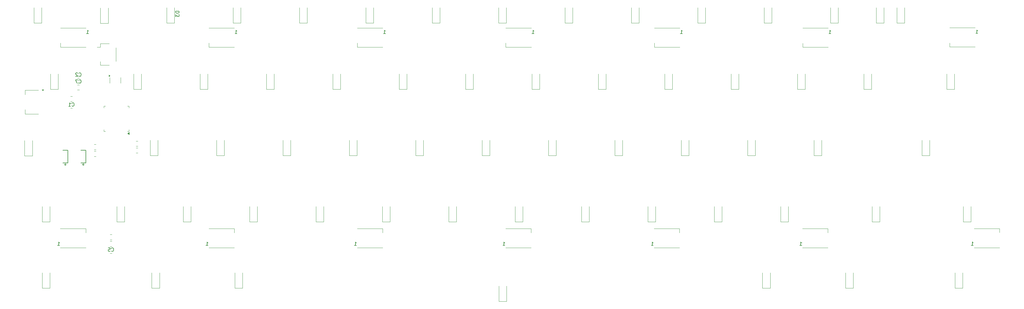
<source format=gbr>
%TF.GenerationSoftware,KiCad,Pcbnew,8.99.0-946-gf00a1ab517*%
%TF.CreationDate,2024-05-15T19:37:32+07:00*%
%TF.ProjectId,toro60,746f726f-3630-42e6-9b69-6361645f7063,rev?*%
%TF.SameCoordinates,Original*%
%TF.FileFunction,Legend,Bot*%
%TF.FilePolarity,Positive*%
%FSLAX46Y46*%
G04 Gerber Fmt 4.6, Leading zero omitted, Abs format (unit mm)*
G04 Created by KiCad (PCBNEW 8.99.0-946-gf00a1ab517) date 2024-05-15 19:37:32*
%MOMM*%
%LPD*%
G01*
G04 APERTURE LIST*
%ADD10C,0.150000*%
%ADD11C,0.120000*%
G04 APERTURE END LIST*
D10*
X263184285Y-68724819D02*
X263755713Y-68724819D01*
X263469999Y-68724819D02*
X263469999Y-67724819D01*
X263469999Y-67724819D02*
X263565237Y-67867676D01*
X263565237Y-67867676D02*
X263660475Y-67962914D01*
X263660475Y-67962914D02*
X263755713Y-68010533D01*
X313704285Y-7804819D02*
X314275713Y-7804819D01*
X313989999Y-7804819D02*
X313989999Y-6804819D01*
X313989999Y-6804819D02*
X314085237Y-6947676D01*
X314085237Y-6947676D02*
X314180475Y-7042914D01*
X314180475Y-7042914D02*
X314275713Y-7090533D01*
X85064819Y-1431905D02*
X84064819Y-1431905D01*
X84064819Y-1431905D02*
X84064819Y-1670000D01*
X84064819Y-1670000D02*
X84112438Y-1812857D01*
X84112438Y-1812857D02*
X84207676Y-1908095D01*
X84207676Y-1908095D02*
X84302914Y-1955714D01*
X84302914Y-1955714D02*
X84493390Y-2003333D01*
X84493390Y-2003333D02*
X84636247Y-2003333D01*
X84636247Y-2003333D02*
X84826723Y-1955714D01*
X84826723Y-1955714D02*
X84921961Y-1908095D01*
X84921961Y-1908095D02*
X85017200Y-1812857D01*
X85017200Y-1812857D02*
X85064819Y-1670000D01*
X85064819Y-1670000D02*
X85064819Y-1431905D01*
X84064819Y-2336667D02*
X84064819Y-2955714D01*
X84064819Y-2955714D02*
X84445771Y-2622381D01*
X84445771Y-2622381D02*
X84445771Y-2765238D01*
X84445771Y-2765238D02*
X84493390Y-2860476D01*
X84493390Y-2860476D02*
X84541009Y-2908095D01*
X84541009Y-2908095D02*
X84636247Y-2955714D01*
X84636247Y-2955714D02*
X84874342Y-2955714D01*
X84874342Y-2955714D02*
X84969580Y-2908095D01*
X84969580Y-2908095D02*
X85017200Y-2860476D01*
X85017200Y-2860476D02*
X85064819Y-2765238D01*
X85064819Y-2765238D02*
X85064819Y-2479524D01*
X85064819Y-2479524D02*
X85017200Y-2384286D01*
X85017200Y-2384286D02*
X84969580Y-2336667D01*
X56306666Y-22009580D02*
X56354285Y-22057200D01*
X56354285Y-22057200D02*
X56497142Y-22104819D01*
X56497142Y-22104819D02*
X56592380Y-22104819D01*
X56592380Y-22104819D02*
X56735237Y-22057200D01*
X56735237Y-22057200D02*
X56830475Y-21961961D01*
X56830475Y-21961961D02*
X56878094Y-21866723D01*
X56878094Y-21866723D02*
X56925713Y-21676247D01*
X56925713Y-21676247D02*
X56925713Y-21533390D01*
X56925713Y-21533390D02*
X56878094Y-21342914D01*
X56878094Y-21342914D02*
X56830475Y-21247676D01*
X56830475Y-21247676D02*
X56735237Y-21152438D01*
X56735237Y-21152438D02*
X56592380Y-21104819D01*
X56592380Y-21104819D02*
X56497142Y-21104819D01*
X56497142Y-21104819D02*
X56354285Y-21152438D01*
X56354285Y-21152438D02*
X56306666Y-21200057D01*
X55973332Y-21104819D02*
X55306666Y-21104819D01*
X55306666Y-21104819D02*
X55735237Y-22104819D01*
X65646666Y-70349580D02*
X65694285Y-70397200D01*
X65694285Y-70397200D02*
X65837142Y-70444819D01*
X65837142Y-70444819D02*
X65932380Y-70444819D01*
X65932380Y-70444819D02*
X66075237Y-70397200D01*
X66075237Y-70397200D02*
X66170475Y-70301961D01*
X66170475Y-70301961D02*
X66218094Y-70206723D01*
X66218094Y-70206723D02*
X66265713Y-70016247D01*
X66265713Y-70016247D02*
X66265713Y-69873390D01*
X66265713Y-69873390D02*
X66218094Y-69682914D01*
X66218094Y-69682914D02*
X66170475Y-69587676D01*
X66170475Y-69587676D02*
X66075237Y-69492438D01*
X66075237Y-69492438D02*
X65932380Y-69444819D01*
X65932380Y-69444819D02*
X65837142Y-69444819D01*
X65837142Y-69444819D02*
X65694285Y-69492438D01*
X65694285Y-69492438D02*
X65646666Y-69540057D01*
X64741904Y-69444819D02*
X65218094Y-69444819D01*
X65218094Y-69444819D02*
X65265713Y-69921009D01*
X65265713Y-69921009D02*
X65218094Y-69873390D01*
X65218094Y-69873390D02*
X65122856Y-69825771D01*
X65122856Y-69825771D02*
X64884761Y-69825771D01*
X64884761Y-69825771D02*
X64789523Y-69873390D01*
X64789523Y-69873390D02*
X64741904Y-69921009D01*
X64741904Y-69921009D02*
X64694285Y-70016247D01*
X64694285Y-70016247D02*
X64694285Y-70254342D01*
X64694285Y-70254342D02*
X64741904Y-70349580D01*
X64741904Y-70349580D02*
X64789523Y-70397200D01*
X64789523Y-70397200D02*
X64884761Y-70444819D01*
X64884761Y-70444819D02*
X65122856Y-70444819D01*
X65122856Y-70444819D02*
X65218094Y-70397200D01*
X65218094Y-70397200D02*
X65265713Y-70349580D01*
X135384285Y-68724819D02*
X135955713Y-68724819D01*
X135669999Y-68724819D02*
X135669999Y-67724819D01*
X135669999Y-67724819D02*
X135765237Y-67867676D01*
X135765237Y-67867676D02*
X135860475Y-67962914D01*
X135860475Y-67962914D02*
X135955713Y-68010533D01*
X92784285Y-68724819D02*
X93355713Y-68724819D01*
X93069999Y-68724819D02*
X93069999Y-67724819D01*
X93069999Y-67724819D02*
X93165237Y-67867676D01*
X93165237Y-67867676D02*
X93260475Y-67962914D01*
X93260475Y-67962914D02*
X93355713Y-68010533D01*
X143724285Y-7834819D02*
X144295713Y-7834819D01*
X144009999Y-7834819D02*
X144009999Y-6834819D01*
X144009999Y-6834819D02*
X144105237Y-6977676D01*
X144105237Y-6977676D02*
X144200475Y-7072914D01*
X144200475Y-7072914D02*
X144295713Y-7120533D01*
X228944285Y-7844819D02*
X229515713Y-7844819D01*
X229229999Y-7844819D02*
X229229999Y-6844819D01*
X229229999Y-6844819D02*
X229325237Y-6987676D01*
X229325237Y-6987676D02*
X229420475Y-7082914D01*
X229420475Y-7082914D02*
X229515713Y-7130533D01*
X101114285Y-7834819D02*
X101685713Y-7834819D01*
X101399999Y-7834819D02*
X101399999Y-6834819D01*
X101399999Y-6834819D02*
X101495237Y-6977676D01*
X101495237Y-6977676D02*
X101590475Y-7072914D01*
X101590475Y-7072914D02*
X101685713Y-7120533D01*
X220584285Y-68724819D02*
X221155713Y-68724819D01*
X220869999Y-68724819D02*
X220869999Y-67724819D01*
X220869999Y-67724819D02*
X220965237Y-67867676D01*
X220965237Y-67867676D02*
X221060475Y-67962914D01*
X221060475Y-67962914D02*
X221155713Y-68010533D01*
X54316666Y-28629580D02*
X54364285Y-28677200D01*
X54364285Y-28677200D02*
X54507142Y-28724819D01*
X54507142Y-28724819D02*
X54602380Y-28724819D01*
X54602380Y-28724819D02*
X54745237Y-28677200D01*
X54745237Y-28677200D02*
X54840475Y-28581961D01*
X54840475Y-28581961D02*
X54888094Y-28486723D01*
X54888094Y-28486723D02*
X54935713Y-28296247D01*
X54935713Y-28296247D02*
X54935713Y-28153390D01*
X54935713Y-28153390D02*
X54888094Y-27962914D01*
X54888094Y-27962914D02*
X54840475Y-27867676D01*
X54840475Y-27867676D02*
X54745237Y-27772438D01*
X54745237Y-27772438D02*
X54602380Y-27724819D01*
X54602380Y-27724819D02*
X54507142Y-27724819D01*
X54507142Y-27724819D02*
X54364285Y-27772438D01*
X54364285Y-27772438D02*
X54316666Y-27820057D01*
X53364285Y-28724819D02*
X53935713Y-28724819D01*
X53649999Y-28724819D02*
X53649999Y-27724819D01*
X53649999Y-27724819D02*
X53745237Y-27867676D01*
X53745237Y-27867676D02*
X53840475Y-27962914D01*
X53840475Y-27962914D02*
X53935713Y-28010533D01*
X177984285Y-68724819D02*
X178555713Y-68724819D01*
X178269999Y-68724819D02*
X178269999Y-67724819D01*
X178269999Y-67724819D02*
X178365237Y-67867676D01*
X178365237Y-67867676D02*
X178460475Y-67962914D01*
X178460475Y-67962914D02*
X178555713Y-68010533D01*
X50184285Y-68724819D02*
X50755713Y-68724819D01*
X50469999Y-68724819D02*
X50469999Y-67724819D01*
X50469999Y-67724819D02*
X50565237Y-67867676D01*
X50565237Y-67867676D02*
X50660475Y-67962914D01*
X50660475Y-67962914D02*
X50755713Y-68010533D01*
X58504285Y-7844819D02*
X59075713Y-7844819D01*
X58789999Y-7844819D02*
X58789999Y-6844819D01*
X58789999Y-6844819D02*
X58885237Y-6987676D01*
X58885237Y-6987676D02*
X58980475Y-7082914D01*
X58980475Y-7082914D02*
X59075713Y-7130533D01*
X271544285Y-7864819D02*
X272115713Y-7864819D01*
X271829999Y-7864819D02*
X271829999Y-6864819D01*
X271829999Y-6864819D02*
X271925237Y-7007676D01*
X271925237Y-7007676D02*
X272020475Y-7102914D01*
X272020475Y-7102914D02*
X272115713Y-7150533D01*
X186334285Y-7834819D02*
X186905713Y-7834819D01*
X186619999Y-7834819D02*
X186619999Y-6834819D01*
X186619999Y-6834819D02*
X186715237Y-6977676D01*
X186715237Y-6977676D02*
X186810475Y-7072914D01*
X186810475Y-7072914D02*
X186905713Y-7120533D01*
X56306666Y-20049580D02*
X56354285Y-20097200D01*
X56354285Y-20097200D02*
X56497142Y-20144819D01*
X56497142Y-20144819D02*
X56592380Y-20144819D01*
X56592380Y-20144819D02*
X56735237Y-20097200D01*
X56735237Y-20097200D02*
X56830475Y-20001961D01*
X56830475Y-20001961D02*
X56878094Y-19906723D01*
X56878094Y-19906723D02*
X56925713Y-19716247D01*
X56925713Y-19716247D02*
X56925713Y-19573390D01*
X56925713Y-19573390D02*
X56878094Y-19382914D01*
X56878094Y-19382914D02*
X56830475Y-19287676D01*
X56830475Y-19287676D02*
X56735237Y-19192438D01*
X56735237Y-19192438D02*
X56592380Y-19144819D01*
X56592380Y-19144819D02*
X56497142Y-19144819D01*
X56497142Y-19144819D02*
X56354285Y-19192438D01*
X56354285Y-19192438D02*
X56306666Y-19240057D01*
X55925713Y-19240057D02*
X55878094Y-19192438D01*
X55878094Y-19192438D02*
X55782856Y-19144819D01*
X55782856Y-19144819D02*
X55544761Y-19144819D01*
X55544761Y-19144819D02*
X55449523Y-19192438D01*
X55449523Y-19192438D02*
X55401904Y-19240057D01*
X55401904Y-19240057D02*
X55354285Y-19335295D01*
X55354285Y-19335295D02*
X55354285Y-19430533D01*
X55354285Y-19430533D02*
X55401904Y-19573390D01*
X55401904Y-19573390D02*
X55973332Y-20144819D01*
X55973332Y-20144819D02*
X55354285Y-20144819D01*
X312404285Y-68694819D02*
X312975713Y-68694819D01*
X312689999Y-68694819D02*
X312689999Y-67694819D01*
X312689999Y-67694819D02*
X312785237Y-67837676D01*
X312785237Y-67837676D02*
X312880475Y-67932914D01*
X312880475Y-67932914D02*
X312975713Y-67980533D01*
D11*
%TO.C,D14*%
X291050000Y-420000D02*
X291050000Y-4830000D01*
X291050000Y-4830000D02*
X293270000Y-4830000D01*
X293270000Y-4830000D02*
X293270000Y-420000D01*
%TO.C,U2*%
X40900000Y-24140000D02*
X44660000Y-24140000D01*
X40900000Y-25400000D02*
X40900000Y-24140000D01*
X40900000Y-29700000D02*
X40900000Y-30960000D01*
X40900000Y-30960000D02*
X44660000Y-30960000D01*
X45940000Y-24240000D02*
X45700000Y-23910000D01*
X46180000Y-23910000D01*
X45940000Y-24240000D01*
G36*
X45940000Y-24240000D02*
G01*
X45700000Y-23910000D01*
X46180000Y-23910000D01*
X45940000Y-24240000D01*
G37*
%TO.C,D25*%
X224375000Y-19470000D02*
X224375000Y-23880000D01*
X224375000Y-23880000D02*
X226595000Y-23880000D01*
X226595000Y-23880000D02*
X226595000Y-19470000D01*
%TO.C,D42*%
X298268099Y-38520000D02*
X298268099Y-42930000D01*
X298268099Y-42930000D02*
X300488099Y-42930000D01*
X300488099Y-42930000D02*
X300488099Y-38520000D01*
%TO.C,D36*%
X171987500Y-38520000D02*
X171987500Y-42930000D01*
X171987500Y-42930000D02*
X174207500Y-42930000D01*
X174207500Y-42930000D02*
X174207500Y-38520000D01*
%TO.C,D13*%
X272000000Y-420000D02*
X272000000Y-4830000D01*
X272000000Y-4830000D02*
X274220000Y-4830000D01*
X274220000Y-4830000D02*
X274220000Y-420000D01*
%TO.C,D29*%
X305338000Y-19470000D02*
X305338000Y-23880000D01*
X305338000Y-23880000D02*
X307558000Y-23880000D01*
X307558000Y-23880000D02*
X307558000Y-19470000D01*
%TO.C,D49*%
X162462500Y-57570000D02*
X162462500Y-61980000D01*
X162462500Y-61980000D02*
X164682500Y-61980000D01*
X164682500Y-61980000D02*
X164682500Y-57570000D01*
%TO.C,C6*%
X54411252Y-27815000D02*
X53888748Y-27815000D01*
X54411252Y-29285000D02*
X53888748Y-29285000D01*
%TO.C,D46*%
X105312500Y-57570000D02*
X105312500Y-61980000D01*
X105312500Y-61980000D02*
X107532500Y-61980000D01*
X107532500Y-61980000D02*
X107532500Y-57570000D01*
%TO.C,Drgb8*%
X271270000Y-63920000D02*
X263970000Y-63920000D01*
X271270000Y-65070000D02*
X271270000Y-63920000D01*
X271270000Y-69420000D02*
X263970000Y-69420000D01*
%TO.C,D21*%
X148175000Y-19470000D02*
X148175000Y-23880000D01*
X148175000Y-23880000D02*
X150395000Y-23880000D01*
X150395000Y-23880000D02*
X150395000Y-19470000D01*
%TO.C,D47*%
X124362500Y-57570000D02*
X124362500Y-61980000D01*
X124362500Y-61980000D02*
X126582500Y-61980000D01*
X126582500Y-61980000D02*
X126582500Y-57570000D01*
%TO.C,D45*%
X86262500Y-57570000D02*
X86262500Y-61980000D01*
X86262500Y-61980000D02*
X88482500Y-61980000D01*
X88482500Y-61980000D02*
X88482500Y-57570000D01*
%TO.C,Drgb6*%
X306190000Y-6200000D02*
X313490000Y-6200000D01*
X306190000Y-10550000D02*
X306190000Y-11700000D01*
X306190000Y-11700000D02*
X313490000Y-11700000D01*
%TO.C,D38*%
X210087500Y-38520000D02*
X210087500Y-42930000D01*
X210087500Y-42930000D02*
X212307500Y-42930000D01*
X212307500Y-42930000D02*
X212307500Y-38520000D01*
%TO.C,D3*%
X81500000Y-420000D02*
X81500000Y-4830000D01*
X81500000Y-4830000D02*
X83720000Y-4830000D01*
X83720000Y-4830000D02*
X83720000Y-420000D01*
%TO.C,C7*%
X55878748Y-22595000D02*
X56401252Y-22595000D01*
X55878748Y-24065000D02*
X56401252Y-24065000D01*
%TO.C,D20*%
X129125000Y-19470000D02*
X129125000Y-23880000D01*
X129125000Y-23880000D02*
X131345000Y-23880000D01*
X131345000Y-23880000D02*
X131345000Y-19470000D01*
%TO.C,D30*%
X40720000Y-38557500D02*
X40720000Y-42967500D01*
X40720000Y-42967500D02*
X42940000Y-42967500D01*
X42940000Y-42967500D02*
X42940000Y-38557500D01*
%TO.C,D31*%
X76737500Y-38520000D02*
X76737500Y-42930000D01*
X76737500Y-42930000D02*
X78957500Y-42930000D01*
X78957500Y-42930000D02*
X78957500Y-38520000D01*
%TO.C,C5*%
X65741252Y-67575000D02*
X65218748Y-67575000D01*
X65741252Y-69045000D02*
X65218748Y-69045000D01*
%TO.C,R1*%
X65260436Y-65635000D02*
X65714564Y-65635000D01*
X65260436Y-67105000D02*
X65714564Y-67105000D01*
%TO.C,Drgb11*%
X143470000Y-63920000D02*
X136170000Y-63920000D01*
X143470000Y-65070000D02*
X143470000Y-63920000D01*
X143470000Y-69420000D02*
X136170000Y-69420000D01*
%TO.C,Drgb12*%
X100870000Y-63920000D02*
X93570000Y-63920000D01*
X100870000Y-65070000D02*
X100870000Y-63920000D01*
X100870000Y-69420000D02*
X93570000Y-69420000D01*
%TO.C,D53*%
X238662500Y-57570000D02*
X238662500Y-61980000D01*
X238662500Y-61980000D02*
X240882500Y-61980000D01*
X240882500Y-61980000D02*
X240882500Y-57570000D01*
%TO.C,D56*%
X310100000Y-57570000D02*
X310100000Y-61980000D01*
X310100000Y-61980000D02*
X312320000Y-61980000D01*
X312320000Y-61980000D02*
X312320000Y-57570000D01*
%TO.C,U3*%
X65177500Y-20470000D02*
X65177500Y-21270000D01*
X65177500Y-22070000D02*
X65177500Y-21270000D01*
X68297500Y-20470000D02*
X68297500Y-21270000D01*
X68297500Y-22070000D02*
X68297500Y-21270000D01*
X65227500Y-19970000D02*
X64897500Y-20210000D01*
X64897500Y-19730000D01*
X65227500Y-19970000D01*
G36*
X65227500Y-19970000D02*
G01*
X64897500Y-20210000D01*
X64897500Y-19730000D01*
X65227500Y-19970000D01*
G37*
D10*
%TO.C,Dled1*%
X51706000Y-41400000D02*
X53106000Y-41400000D01*
X51706000Y-45000000D02*
X53106000Y-45000000D01*
X53106000Y-41400000D02*
X53106000Y-45000000D01*
X52606000Y-45500000D02*
G75*
G02*
X52206000Y-45500000I-200000J0D01*
G01*
X52206000Y-45500000D02*
G75*
G02*
X52606000Y-45500000I200000J0D01*
G01*
D11*
%TO.C,D5*%
X119600000Y-420000D02*
X119600000Y-4830000D01*
X119600000Y-4830000D02*
X121820000Y-4830000D01*
X121820000Y-4830000D02*
X121820000Y-420000D01*
%TO.C,C10*%
X65208748Y-69555000D02*
X65731252Y-69555000D01*
X65208748Y-71025000D02*
X65731252Y-71025000D01*
%TO.C,D22*%
X167225000Y-19470000D02*
X167225000Y-23880000D01*
X167225000Y-23880000D02*
X169445000Y-23880000D01*
X169445000Y-23880000D02*
X169445000Y-19470000D01*
%TO.C,Drgb2*%
X136210000Y-6230000D02*
X143510000Y-6230000D01*
X136210000Y-10580000D02*
X136210000Y-11730000D01*
X136210000Y-11730000D02*
X143510000Y-11730000D01*
%TO.C,Drgb4*%
X221430000Y-6240000D02*
X228730000Y-6240000D01*
X221430000Y-10590000D02*
X221430000Y-11740000D01*
X221430000Y-11740000D02*
X228730000Y-11740000D01*
%TO.C,D50*%
X181512500Y-57570000D02*
X181512500Y-61980000D01*
X181512500Y-61980000D02*
X183732500Y-61980000D01*
X183732500Y-61980000D02*
X183732500Y-57570000D01*
%TO.C,D34*%
X133887500Y-38520000D02*
X133887500Y-42930000D01*
X133887500Y-42930000D02*
X136107500Y-42930000D01*
X136107500Y-42930000D02*
X136107500Y-38520000D01*
%TO.C,D6*%
X138650000Y-420000D02*
X138650000Y-4830000D01*
X138650000Y-4830000D02*
X140870000Y-4830000D01*
X140870000Y-4830000D02*
X140870000Y-420000D01*
%TO.C,D27*%
X262475000Y-19470000D02*
X262475000Y-23880000D01*
X262475000Y-23880000D02*
X264695000Y-23880000D01*
X264695000Y-23880000D02*
X264695000Y-19470000D01*
%TO.C,D33*%
X114837500Y-38520000D02*
X114837500Y-42930000D01*
X114837500Y-42930000D02*
X117057500Y-42930000D01*
X117057500Y-42930000D02*
X117057500Y-38520000D01*
%TO.C,D69*%
X276285999Y-76620000D02*
X276285999Y-81030000D01*
X276285999Y-81030000D02*
X278505999Y-81030000D01*
X278505999Y-81030000D02*
X278505999Y-76620000D01*
%TO.C,D26*%
X243425000Y-19470000D02*
X243425000Y-23880000D01*
X243425000Y-23880000D02*
X245645000Y-23880000D01*
X245645000Y-23880000D02*
X245645000Y-19470000D01*
%TO.C,D52*%
X219612500Y-57570000D02*
X219612500Y-61980000D01*
X219612500Y-61980000D02*
X221832500Y-61980000D01*
X221832500Y-61980000D02*
X221832500Y-57570000D01*
%TO.C,D23*%
X186275000Y-19470000D02*
X186275000Y-23880000D01*
X186275000Y-23880000D02*
X188495000Y-23880000D01*
X188495000Y-23880000D02*
X188495000Y-19470000D01*
%TO.C,D9*%
X195800000Y-420000D02*
X195800000Y-4830000D01*
X195800000Y-4830000D02*
X198020000Y-4830000D01*
X198020000Y-4830000D02*
X198020000Y-420000D01*
%TO.C,Drgb1*%
X93600000Y-6230000D02*
X100900000Y-6230000D01*
X93600000Y-10580000D02*
X93600000Y-11730000D01*
X93600000Y-11730000D02*
X100900000Y-11730000D01*
%TO.C,D51*%
X200562500Y-57570000D02*
X200562500Y-61980000D01*
X200562500Y-61980000D02*
X202782500Y-61980000D01*
X202782500Y-61980000D02*
X202782500Y-57570000D01*
%TO.C,D48*%
X143412500Y-57570000D02*
X143412500Y-61980000D01*
X143412500Y-61980000D02*
X145632500Y-61980000D01*
X145632500Y-61980000D02*
X145632500Y-57570000D01*
%TO.C,Drgb9*%
X228670000Y-63920000D02*
X221370000Y-63920000D01*
X228670000Y-65070000D02*
X228670000Y-63920000D01*
X228670000Y-69420000D02*
X221370000Y-69420000D01*
%TO.C,D70*%
X307718500Y-76620000D02*
X307718500Y-81030000D01*
X307718500Y-81030000D02*
X309938500Y-81030000D01*
X309938500Y-81030000D02*
X309938500Y-76620000D01*
%TO.C,C3*%
X72678748Y-40685000D02*
X73201252Y-40685000D01*
X72678748Y-42155000D02*
X73201252Y-42155000D01*
%TO.C,D24*%
X205325000Y-19470000D02*
X205325000Y-23880000D01*
X205325000Y-23880000D02*
X207545000Y-23880000D01*
X207545000Y-23880000D02*
X207545000Y-19470000D01*
%TO.C,C1*%
X54411252Y-25855000D02*
X53888748Y-25855000D01*
X54411252Y-27325000D02*
X53888748Y-27325000D01*
%TO.C,D2*%
X62480000Y-490000D02*
X62480000Y-4900000D01*
X62480000Y-4900000D02*
X64700000Y-4900000D01*
X64700000Y-4900000D02*
X64700000Y-490000D01*
%TO.C,D16*%
X48163000Y-19470000D02*
X48163000Y-23880000D01*
X48163000Y-23880000D02*
X50383000Y-23880000D01*
X50383000Y-23880000D02*
X50383000Y-19470000D01*
%TO.C,D18*%
X91025000Y-19470000D02*
X91025000Y-23880000D01*
X91025000Y-23880000D02*
X93245000Y-23880000D01*
X93245000Y-23880000D02*
X93245000Y-19470000D01*
D10*
%TO.C,Dled2*%
X56869000Y-41400000D02*
X58269000Y-41400000D01*
X56869000Y-45000000D02*
X58269000Y-45000000D01*
X58269000Y-41400000D02*
X58269000Y-45000000D01*
X57769000Y-45500000D02*
G75*
G02*
X57369000Y-45500000I-200000J0D01*
G01*
X57369000Y-45500000D02*
G75*
G02*
X57769000Y-45500000I200000J0D01*
G01*
D11*
%TO.C,D17*%
X71975000Y-19470000D02*
X71975000Y-23880000D01*
X71975000Y-23880000D02*
X74195000Y-23880000D01*
X74195000Y-23880000D02*
X74195000Y-19470000D01*
%TO.C,Drgb10*%
X186070000Y-63920000D02*
X178770000Y-63920000D01*
X186070000Y-65070000D02*
X186070000Y-63920000D01*
X186070000Y-69420000D02*
X178770000Y-69420000D01*
%TO.C,D43*%
X45781000Y-57570000D02*
X45781000Y-61980000D01*
X45781000Y-61980000D02*
X48001000Y-61980000D01*
X48001000Y-61980000D02*
X48001000Y-57570000D01*
%TO.C,D1*%
X43400000Y-420000D02*
X43400000Y-4830000D01*
X43400000Y-4830000D02*
X45620000Y-4830000D01*
X45620000Y-4830000D02*
X45620000Y-420000D01*
%TO.C,D37*%
X191037500Y-38520000D02*
X191037500Y-42930000D01*
X191037500Y-42930000D02*
X193257500Y-42930000D01*
X193257500Y-42930000D02*
X193257500Y-38520000D01*
%TO.C,Drgb13*%
X58270000Y-63920000D02*
X50970000Y-63920000D01*
X58270000Y-65070000D02*
X58270000Y-63920000D01*
X58270000Y-69420000D02*
X50970000Y-69420000D01*
%TO.C,D35*%
X152937500Y-38520000D02*
X152937500Y-42930000D01*
X152937500Y-42930000D02*
X155157500Y-42930000D01*
X155157500Y-42930000D02*
X155157500Y-38520000D01*
%TO.C,Drgb14*%
X50990000Y-6240000D02*
X58290000Y-6240000D01*
X50990000Y-10590000D02*
X50990000Y-11740000D01*
X50990000Y-11740000D02*
X58290000Y-11740000D01*
%TO.C,C9*%
X61171252Y-41675000D02*
X60648748Y-41675000D01*
X61171252Y-43145000D02*
X60648748Y-43145000D01*
%TO.C,Drgb5*%
X264030000Y-6260000D02*
X271330000Y-6260000D01*
X264030000Y-10610000D02*
X264030000Y-11760000D01*
X264030000Y-11760000D02*
X271330000Y-11760000D01*
%TO.C,Drgb3*%
X178820000Y-6230000D02*
X186120000Y-6230000D01*
X178820000Y-10580000D02*
X178820000Y-11730000D01*
X178820000Y-11730000D02*
X186120000Y-11730000D01*
%TO.C,C8*%
X72678748Y-38725000D02*
X73201252Y-38725000D01*
X72678748Y-40195000D02*
X73201252Y-40195000D01*
%TO.C,D39*%
X229137500Y-38520000D02*
X229137500Y-42930000D01*
X229137500Y-42930000D02*
X231357500Y-42930000D01*
X231357500Y-42930000D02*
X231357500Y-38520000D01*
%TO.C,D7*%
X157700000Y-420000D02*
X157700000Y-4830000D01*
X157700000Y-4830000D02*
X159920000Y-4830000D01*
X159920000Y-4830000D02*
X159920000Y-420000D01*
%TO.C,D54*%
X257712500Y-57570000D02*
X257712500Y-61980000D01*
X257712500Y-61980000D02*
X259932500Y-61980000D01*
X259932500Y-61980000D02*
X259932500Y-57570000D01*
%TO.C,D8*%
X176750000Y-420000D02*
X176750000Y-4830000D01*
X176750000Y-4830000D02*
X178970000Y-4830000D01*
X178970000Y-4830000D02*
X178970000Y-420000D01*
%TO.C,D12*%
X252950000Y-420000D02*
X252950000Y-4830000D01*
X252950000Y-4830000D02*
X255170000Y-4830000D01*
X255170000Y-4830000D02*
X255170000Y-420000D01*
%TO.C,D40*%
X248187500Y-38520000D02*
X248187500Y-42930000D01*
X248187500Y-42930000D02*
X250407500Y-42930000D01*
X250407500Y-42930000D02*
X250407500Y-38520000D01*
%TO.C,D15*%
X285120000Y-397500D02*
X285120000Y-4807500D01*
X285120000Y-4807500D02*
X287340000Y-4807500D01*
X287340000Y-4807500D02*
X287340000Y-397500D01*
%TO.C,D11*%
X233900000Y-420000D02*
X233900000Y-4830000D01*
X233900000Y-4830000D02*
X236120000Y-4830000D01*
X236120000Y-4830000D02*
X236120000Y-420000D01*
%TO.C,J1*%
X61500000Y-11770000D02*
X62490000Y-11770000D01*
X62490000Y-10720000D02*
X64990000Y-10720000D01*
X62490000Y-11770000D02*
X62490000Y-10720000D01*
X62490000Y-15890000D02*
X62490000Y-16940000D01*
X62490000Y-16940000D02*
X64990000Y-16940000D01*
X66960000Y-15770000D02*
X66960000Y-11890000D01*
%TO.C,C4*%
X61171252Y-39715000D02*
X60648748Y-39715000D01*
X61171252Y-41185000D02*
X60648748Y-41185000D01*
%TO.C,Ud1*%
X63480000Y-28720000D02*
X63480000Y-29170000D01*
X63480000Y-35940000D02*
X63480000Y-35490000D01*
X63930000Y-28720000D02*
X63480000Y-28720000D01*
X63930000Y-35940000D02*
X63480000Y-35940000D01*
X70250000Y-28720000D02*
X70700000Y-28720000D01*
X70250000Y-35940000D02*
X70700000Y-35940000D01*
X70700000Y-28720000D02*
X70700000Y-29170000D01*
X70700000Y-35940000D02*
X70700000Y-35490000D01*
X70720000Y-36870000D02*
X70250000Y-36530000D01*
X70720000Y-36190000D01*
X70720000Y-36870000D01*
G36*
X70720000Y-36870000D02*
G01*
X70250000Y-36530000D01*
X70720000Y-36190000D01*
X70720000Y-36870000D01*
G37*
%TO.C,D55*%
X283906500Y-57570000D02*
X283906500Y-61980000D01*
X283906500Y-61980000D02*
X286126500Y-61980000D01*
X286126500Y-61980000D02*
X286126500Y-57570000D01*
%TO.C,C2*%
X55878748Y-20635000D02*
X56401252Y-20635000D01*
X55878748Y-22105000D02*
X56401252Y-22105000D01*
%TO.C,D19*%
X110075000Y-19470000D02*
X110075000Y-23880000D01*
X110075000Y-23880000D02*
X112295000Y-23880000D01*
X112295000Y-23880000D02*
X112295000Y-19470000D01*
%TO.C,D41*%
X267237500Y-38520000D02*
X267237500Y-42930000D01*
X267237500Y-42930000D02*
X269457500Y-42930000D01*
X269457500Y-42930000D02*
X269457500Y-38520000D01*
%TO.C,D68*%
X252473499Y-76620000D02*
X252473499Y-81030000D01*
X252473499Y-81030000D02*
X254693499Y-81030000D01*
X254693499Y-81030000D02*
X254693499Y-76620000D01*
%TO.C,D4*%
X100550000Y-420000D02*
X100550000Y-4830000D01*
X100550000Y-4830000D02*
X102770000Y-4830000D01*
X102770000Y-4830000D02*
X102770000Y-420000D01*
%TO.C,Drgb7*%
X320490000Y-63890000D02*
X313190000Y-63890000D01*
X320490000Y-65040000D02*
X320490000Y-63890000D01*
X320490000Y-69390000D02*
X313190000Y-69390000D01*
%TO.C,D57*%
X45781000Y-76620000D02*
X45781000Y-81030000D01*
X45781000Y-81030000D02*
X48001000Y-81030000D01*
X48001000Y-81030000D02*
X48001000Y-76620000D01*
%TO.C,D44*%
X67212500Y-57570000D02*
X67212500Y-61980000D01*
X67212500Y-61980000D02*
X69432500Y-61980000D01*
X69432500Y-61980000D02*
X69432500Y-57570000D01*
%TO.C,D63*%
X176845000Y-80430000D02*
X176845000Y-84840000D01*
X176845000Y-84840000D02*
X179065000Y-84840000D01*
X179065000Y-84840000D02*
X179065000Y-80430000D01*
%TO.C,D32*%
X95787500Y-38520000D02*
X95787500Y-42930000D01*
X95787500Y-42930000D02*
X98007500Y-42930000D01*
X98007500Y-42930000D02*
X98007500Y-38520000D01*
%TO.C,D58*%
X77213500Y-76620000D02*
X77213500Y-81030000D01*
X77213500Y-81030000D02*
X79433500Y-81030000D01*
X79433500Y-81030000D02*
X79433500Y-76620000D01*
%TO.C,D10*%
X214850000Y-420000D02*
X214850000Y-4830000D01*
X214850000Y-4830000D02*
X217070000Y-4830000D01*
X217070000Y-4830000D02*
X217070000Y-420000D01*
%TO.C,D28*%
X281525000Y-19470000D02*
X281525000Y-23880000D01*
X281525000Y-23880000D02*
X283745000Y-23880000D01*
X283745000Y-23880000D02*
X283745000Y-19470000D01*
%TO.C,D59*%
X101026000Y-76620000D02*
X101026000Y-81030000D01*
X101026000Y-81030000D02*
X103246000Y-81030000D01*
X103246000Y-81030000D02*
X103246000Y-76620000D01*
%TD*%
M02*

</source>
